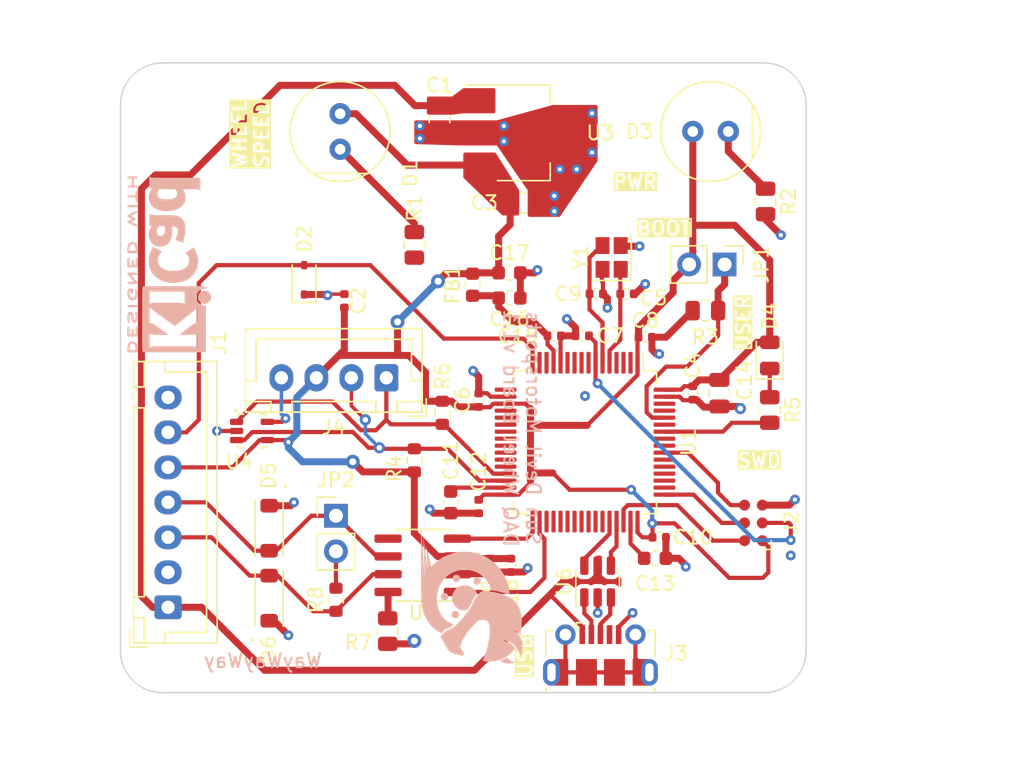
<source format=kicad_pcb>
(kicad_pcb (version 20240108) (generator "pcbnew") (generator_version "8.0")
  (title_block (title "SDM-24 Wheel Board") (date "2024-01-16") (rev "v1.1") (company "Sun Devil Motorsports"))
  (layers (0 "F.Cu" signal) (1 "In1.Cu" power) (2 "In2.Cu" power) (31 "B.Cu" signal) (34 "B.Paste" user) (35 "F.Paste" user) (36 "B.SilkS" user "B.Silkscreen") (37 "F.SilkS" user "F.Silkscreen") (38 "B.Mask" user) (39 "F.Mask" user) (44 "Edge.Cuts" user))
  (net 0 "")
  (net 1 "+3.3V")
  (net 5 "/HSE_IN")
  (net 6 "/HSE_OUT")
  (net 7 "VCC")
  (net 8 "GND")
  (net 9 "/NRST")
  (net 10 "/SWO")
  (net 11 "Net-(JP2-B)")
  (net 12 "/USER_LED")
  (net 15 "+3.3VA")
  (net 24 "/HE_OUTPUT")
  (net 25 "/USB_D-")
  (net 26 "/USB_D+")
  (net 27 "/SWDIO")
  (net 31 "/SWCLK")
  (net 32 "/I2C2_SDA")
  (net 33 "/I2C2_SCL")
  (net 34 "/BOOT0")
  (net 35 "/CRX")
  (net 36 "/CTX")
  (net 37 "/CAN-")
  (net 38 "/CAN+")
  (net 40 "unconnected-(J3-Shield-Pad6)")
  (net 42 "/HE_LED")
  (net 43 "/PWR_LED")
  (net 44 "Net-(D4-K)")
  (net 47 "/CAN_Rs")
  (net 49 "/USB_J_D-")
  (net 50 "/USB_J_D+")
  (net 68 "/VCAP1")
  (net 69 "/VCAP2")
  (footprint "Capacitor_SMD:C_0402_1005Metric" (layer "F.Cu") (at 188.5 90.6)
    (property "Reference" "C8")
    (property "Value" "100nF")
  )
  (footprint "Connector:Tag-Connect_TC2030-IDC-NL_2x03_P1.27mm_Vertical" (layer "F.Cu") (at 196.235 103.87 90)
    (property "Reference" "J2")
    (property "Value" "Conn_ARM_SWD_TagConnect_TC2030")
  )
  (footprint "Package_TO_SOT_SMD:SOT-23-6" (layer "F.Cu") (at 185.1 108.0625 90)
    (property "Reference" "U6")
    (property "Value" "USBLC6-2SC6")
  )
  (footprint "Capacitor_SMD:C_0402_1005Metric" (layer "F.Cu") (at 176.6 102.7 -90)
    (property "Reference" "C12")
    (property "Value" "100nF")
  )
  (footprint "Diode_SMD:D_SOD-323" (layer "F.Cu") (at 164.125 86.5 90)
    (property "Reference" "D2")
    (property "Value" "TVS")
  )
  (footprint "Capacitor_SMD:C_0402_1005Metric" (layer "F.Cu") (at 178.9 106.9 -90)
    (property "Reference" "C18")
    (property "Value" "100nF")
  )
  (footprint "Capacitor_SMD:C_0603_1608Metric" (layer "F.Cu") (at 174.6 102.4 -90)
    (property "Reference" "C11")
    (property "Value" "2.2uF")
  )
  (footprint "Package_QFP:LQFP-64_10x10mm_P0.5mm" (layer "F.Cu") (at 184.2 98.1 -90)
    (property "Reference" "U1")
    (property "Value" "STM32F405RGT6")
  )
  (footprint "Capacitor_SMD:C_0603_1608Metric" (layer "F.Cu") (at 189.2 106.4)
    (property "Reference" "C13")
    (property "Value" "2.2uF")
  )
  (footprint "Library:Dialight_561-XX0X-XXX" (layer "F.Cu") (at 193.17 75.9)
    (property "Reference" "D3")
    (property "Value" "RED")
  )
  (footprint "Package_TO_SOT_SMD:SOT-223-3_TabPin2" (layer "F.Cu") (at 179.8 76)
    (property "Reference" "U3")
    (property "Value" "MIC37100-3.3WS")
  )
  (footprint "Capacitor_SMD:C_0805_2012Metric" (layer "F.Cu") (at 179.8 81)
    (property "Reference" "C3")
    (property "Value" "10uF")
  )
  (footprint "Capacitor_SMD:C_0402_1005Metric" (layer "F.Cu") (at 191.9 94.58 -90)
    (property "Reference" "C4")
    (property "Value" "100nF")
  )
  (footprint "Capacitor_SMD:C_0402_1005Metric" (layer "F.Cu") (at 184 90.5 180)
    (property "Reference" "C7")
    (property "Value" "100nF")
  )
  (footprint "Capacitor_SMD:C_0603_1608Metric" (layer "F.Cu") (at 178.8 87.8)
    (property "Reference" "C16")
    (property "Value" "1uF")
  )
  (footprint "Capacitor_SMD:C_0402_1005Metric" (layer "F.Cu") (at 177.4 106.9 -90)
    (property "Reference" "C19")
    (property "Value" "100nF")
  )
  (footprint "Resistor_SMD:R_0603_1608Metric" (layer "F.Cu") (at 174 96 -90)
    (property "Reference" "R6")
    (property "Value" "2.7k")
  )
  (footprint "Capacitor_SMD:C_0805_2012Metric" (layer "F.Cu") (at 173.8 75 -90)
    (property "Reference" "C1")
    (property "Value" "10uF")
  )
  (footprint "Inductor_SMD:L_0603_1608Metric" (layer "F.Cu") (at 176.166 86.85 90)
    (property "Reference" "FB1")
    (property "Value" "120R")
  )
  (footprint "Resistor_SMD:R_0805_2012Metric" (layer "F.Cu") (at 197.4 95.8 -90)
    (property "Reference" "R5")
    (property "Value" "220")
  )
  (footprint "Library:Dialight_561-XX0X-XXX" (layer "F.Cu") (at 166.7 75.9 -90)
    (property "Reference" "D1")
    (property "Value" "GREEN")
  )
  (footprint "LED_SMD:LED_0805_2012Metric" (layer "F.Cu") (at 197.4 91.9 90)
    (property "Reference" "D4")
    (property "Value" "GREEN")
  )
  (footprint "MountingHole:MountingHole_3.2mm_M3" (layer "F.Cu") (at 196 112)
    (property "Reference" "H2" (hide yes))
    (property "Value" "M3")
  )
  (footprint "Library:SOD-123FL" (layer "F.Cu") (at 161.625 104.25 -90)
    (property "Reference" "D5")
    (property "Value" "TVS")
  )
  (footprint "Connector_USB:USB_Micro-B_Molex-105017-0001" (layer "F.Cu") (at 185.3 113.3125)
    (property "Reference" "J3")
    (property "Value" "USB_B_Micro")
  )
  (footprint "Connector_JST:JST_XH_B4B-XH-A_1x04_P2.50mm_Vertical" (layer "F.Cu") (at 170 93.5 180)
    (property "Reference" "J4")
    (property "Value" "JST-XH")
  )
  (footprint "Resistor_SMD:R_0603_1608Metric" (layer "F.Cu") (at 172 99.4 90)
    (property "Reference" "R4")
    (property "Value" "2.7k")
  )
  (footprint "Capacitor_SMD:C_0805_2012Metric" (layer "F.Cu") (at 193.8 94.6 -90)
    (property "Reference" "C14")
    (property "Value" "10uF")
  )
  (footprint "Library:SOD-123FL" (layer "F.Cu") (at 161.625 109.25 90)
    (property "Reference" "D6")
    (property "Value" "TVS")
  )
  (footprint "Resistor_SMD:R_0805_2012Metric" (layer "F.Cu") (at 197.1 80.9 -90)
    (property "Reference" "R2")
    (property "Value" "220")
  )
  (footprint "Library:SC-70-5" (layer "F.Cu") (at 160.4 97.3)
    (property "Reference" "U4")
    (property "Value" "24LC01BT-E/LT")
  )
  (footprint "Connector_PinHeader_2.54mm:PinHeader_1x02_P2.54mm_Vertical" (layer "F.Cu") (at 194.175 85.4 -90)
    (property "Reference" "JP1")
    (property "Value" "BOOT")
  )
  (footprint "Resistor_SMD:R_0805_2012Metric" (layer "F.Cu") (at 170.1 111.6 -90)
    (property "Reference" "R7")
    (property "Value" "10k")
  )
  (footprint "Capacitor_SMD:C_0402_1005Metric" (layer "F.Cu") (at 189.5 104.9)
    (property "Reference" "C10")
    (property "Value" "100nF")
  )
  (footprint "Capacitor_SMD:C_0402_1005Metric" (layer "F.Cu") (at 187.2 87.5)
    (property "Reference" "C5")
    (property "Value" "10pF")
  )
  (footprint "Capacitor_SMD:C_0402_1005Metric" (layer "F.Cu") (at 182 90.5)
    (property "Reference" "C15")
    (property "Value" "100nF")
  )
  (footprint "Resistor_SMD:R_0805_2012Metric" (layer "F.Cu") (at 192.8 88.7)
    (property "Reference" "R3")
    (property "Value" "10k")
  )
  (footprint "MountingHole:MountingHole_3.2mm_M3" (layer "F.Cu") (at 155 75)
    (property "Reference" "H1" (hide yes))
    (property "Value" "M3")
  )
  (footprint "Resistor_SMD:R_0603_1608Metric" (layer "F.Cu") (at 166.4 109.36 90)
    (property "Reference" "R8")
    (property "Value" "120")
  )
  (footprint "Package_SO:SOIC-8_3.9x4.9mm_P1.27mm" (layer "F.Cu") (at 172.6 106.9 180)
    (property "Reference" "U5")
    (property "Value" "SN65HVD230")
  )
  (footprint "Resistor_SMD:R_0805_2012Metric" (layer "F.Cu") (at 172 84 90)
    (property "Reference" "R1")
    (property "Value" "220")
  )
  (footprint "Connector_JST:JST_XH_B7B-XH-A_1x07_P2.50mm_Vertical" (layer "F.Cu") (at 154.4 109.9 90)
    (property "Reference" "J1")
    (property "Value" "JST-XH")
  )
  (footprint "Crystal:Crystal_SMD_2520-4Pin_2.5x2.0mm" (layer "F.Cu") (at 186.1 84.9 90)
    (property "Reference" "Y1")
    (property "Value" "12MHz")
  )
  (footprint "Capacitor_SMD:C_0402_1005Metric" (layer "F.Cu") (at 185 87.5)
    (property "Reference" "C9")
    (property "Value" "10pF")
  )
  (footprint "Capacitor_SMD:C_0402_1005Metric" (layer "F.Cu") (at 176.6 95.1 90)
    (property "Reference" "C6")
    (property "Value" "100nF")
  )
  (footprint "Capacitor_SMD:C_0603_1608Metric" (layer "F.Cu") (at 178.8 86)
    (property "Reference" "C17")
    (property "Value" "1uF")
  )
  (footprint "Connector_PinHeader_2.54mm:PinHeader_1x02_P2.54mm_Vertical" (layer "F.Cu") (at 166.4 103.36)
    (property "Reference" "JP2")
    (property "Value" "Bus Termination")
  )
  (footprint "Capacitor_SMD:C_0402_1005Metric" (layer "F.Cu") (at 167 88 90)
    (property "Reference" "C2")
    (property "Value" "100nF")
  )
  (footprint "LOGO" (layer "B.Cu") (at 175.793558 109.327402 90)
    (property "Reference" "G***" (hide yes))
    (property "Value" "LOGO" (hide yes))
  )
  (footprint "Symbol:KiCad-Logo2_5mm_SilkScreen" (layer "B.Cu") (at 154.5 85.4 90)
    (property "Reference" "REF**" (hide yes))
    (property "Value" "KiCad-Logo2_5mm_SilkScreen" (hide yes))
  )
  (gr_line (start 154 71) (end 197 71) (stroke (width 0.1)) (layer "Edge.Cuts"))
  (gr_arc (start 200 113) (mid 199.12132 115.12132) (end 197 116) (stroke (width 0.1)) (layer "Edge.Cuts"))
  (gr_arc (start 151 74) (mid 151.87868 71.87868) (end 154 71) (stroke (width 0.1)) (layer "Edge.Cuts"))
  (gr_line (start 151 74) (end 151 113) (stroke (width 0.1)) (layer "Edge.Cuts"))
  (gr_arc (start 197 71) (mid 199.12132 71.87868) (end 200 74) (stroke (width 0.1)) (layer "Edge.Cuts"))
  (gr_line (start 154 116) (end 197 116) (stroke (width 0.1)) (layer "Edge.Cuts"))
  (gr_arc (start 154 116) (mid 151.87868 115.12132) (end 151 113) (stroke (width 0.1)) (layer "Edge.Cuts"))
  (gr_line (start 200 113) (end 200 74) (stroke (width 0.1)) (layer "Edge.Cuts"))
  (gr_text "WayWayWay" (at 165.5 114.3 0) (layer "B.SilkS") (effects (font (size 1 1)) (justify left bottom mirror)))
  (gr_text "Sun Devil Motorsports\nDAQ Wheel Board v1.1" (at 178.3 97.1 270) (layer "B.SilkS") (effects (font (size 1 1)) (justify bottom mirror)))
  (gr_text "USB" (at 180.5 115 90) (layer "F.SilkS" knockout) (effects (font (size 1 1)) (justify left bottom)))
  (gr_text "BOOT" (at 187.8 83.4 0) (layer "F.SilkS" knockout) (effects (font (size 1 1)) (justify left bottom)))
  (gr_text "WHEEL\nSPEED" (at 161.7 78.6 90) (layer "F.SilkS" knockout) (effects (font (size 1 1)) (justify left bottom)))
  (gr_text "SWD" (at 195 100 0) (layer "F.SilkS" knockout) (effects (font (size 1 1)) (justify left bottom)))
  (gr_text "PWR" (at 186.1 80.1 0) (layer "F.SilkS" knockout) (effects (font (size 1 1)) (justify left bottom)))
  (gr_text "USER" (at 196.1 91.6 90) (layer "F.SilkS" knockout) (effects (font (size 1 1)) (justify left bottom)))
  (segment (start 167 91.5) (end 166.6 91.9) (width 0.5) (layer "F.Cu") (net 1))
  (segment (start 172.8 95.175) (end 174.675 95.175) (width 0.5) (layer "F.Cu") (net 1))
  (segment (start 179.95 95.35) (end 180.3 95.7) (width 0.3) (layer "F.Cu") (net 1))
  (segment (start 166.7 74.63) (end 167.83 74.63) (width 0.5) (layer "F.Cu") (net 1))
  (segment (start 176.62 95.6) (end 176.6 95.58) (width 0.3) (layer "F.Cu") (net 1))
  (segment (start 180.3 101) (end 180.3 100.9) (width 0.3) (layer "F.Cu") (net 1))
  (segment (start 167 88.48) (end 167 91.5) (width 0.5) (layer "F.Cu") (net 1))
  (segment (start 188.02 89.88) (end 188.02 90.6) (width 0.5) (layer "F.Cu") (net 1))
  (segment (start 190.5 87.4) (end 188.02 89.88) (width 0.5) (layer "F.Cu") (net 1))
  (segment (start 194.5 107.8) (end 196.9 107.8) (width 0.3) (layer "F.Cu") (net 1))
  (segment (start 166.6 91.9) (end 170.8 91.9) (width 0.5) (layer "F.Cu") (net 1))
  (segment (start 187.95 92.425) (end 187.95 93.301041) (width 0.3) (layer "F.Cu") (net 1))
  (segment (start 190.6 103.9) (end 194.5 107.8) (width 0.3) (layer "F.Cu") (net 1))
  (segment (start 178.525 95.35) (end 179.95 95.35) (width 0.3) (layer "F.Cu") (net 1))
  (segment (start 178.025 83.375) (end 178.85 82.55) (width 0.5) (layer "F.Cu") (net 1))
  (segment (start 178.525 101.85) (end 179.45 101.85) (width 0.3) (layer "F.Cu") (net 1))
  (segment (start 175.08 95.58) (end 176.6 95.58) (width 0.5) (layer "F.Cu") (net 1))
  (segment (start 167.83 74.63) (end 171.5 78.3) (width 0.5) (layer "F.Cu") (net 1))
  (segment (start 187.95 104.55) (end 188.3 104.9) (width 0.3) (layer "F.Cu") (net 1))
  (segment (start 176.5 106.3) (end 175.11 106.3) (width 0.5) (layer "F.Cu") (net 1))
  (segment (start 197.4 90.9625) (end 196.4875 90.9625) (width 0.5) (layer "F.Cu") (net 1))
  (segment (start 197.3 105.57) (end 197.3 107.4) (width 0.3) (layer "F.Cu") (net 1))
  (segment (start 188.3 104.9) (end 189.02 104.9) (width 0.3) (layer "F.Cu") (net 1))
  (segment (start 172 104.6) (end 172 100.225) (width 0.5) (layer "F.Cu") (net 1))
  (segment (start 196.87 105.14) (end 197.3 105.57) (width 0.3) (layer "F.Cu") (net 1))
  (segment (start 178.85 82.55) (end 178.85 81) (width 0.5) (layer "F.Cu") (net 1))
  (segment (start 174.675 95.175) (end 175.08 95.58) (width 0.5) (layer "F.Cu") (net 1))
  (segment (start 187.95 93.301041) (end 184.351041 96.9) (width 0.3) (layer "F.Cu") (net 1))
  (segment (start 191.9 82.6) (end 191.9 85.135) (width 0.5) (layer "F.Cu") (net 1))
  (segment (start 194.9 82.6) (end 191.9 82.6) (width 0.5) (layer "F.Cu") (net 1))
  (segment (start 193.8 93.65) (end 192.35 93.65) (width 0.5) (layer "F.Cu") (net 1))
  (segment (start 175.075 106.265) (end 173.665 106.265) (width 0.5) (layer "F.Cu") (net 1))
  (segment (start 171.6 91.9) (end 170.8 91.9) (width 0.5) (layer "F.Cu") (net 1))
  (segment (start 177.4 95.598959) (end 177.4 95.6) (width 0.3) (layer "F.Cu") (net 1))
  (segment (start 191.3 94.1) (end 191.9 94.1) (width 0.3) (layer "F.Cu") (net 1))
  (segment (start 175.11 106.3) (end 175.075 106.265) (width 0.5) (layer "F.Cu") (net 1))
  (segment (start 174.2375 86.0625) (end 173.7 86.6) (width 0.5) (layer "F.Cu") (net 1))
  (segment (start 197.3 107.4) (end 197.1 107.6) (width 0.3) (layer "F.Cu") (net 1))
  (segment (start 179.45 101.85) (end 180.3 101) (width 0.3) (layer "F.Cu") (net 1))
  (segment (start 189.875 94.35) (end 191.05 94.35) (width 0.3) (layer "F.Cu") (net 1))
  (segment (start 191.9 75.9) (end 191.9 82.6) (width 0.5) (layer "F.Cu") (net 1))
  (segment (start 178.025 86) (end 178.025 83.375) (width 0.5) (layer "F.Cu") (net 1))
  (segment (start 180.3 96.9) (end 180.3 95.7) (width 0.5) (layer "F.Cu") (net 1))
  (segment (start 177.4 106.42) (end 176.62 106.42) (width 0.5) (layer "F.Cu") (net 1))
  (segment (start 197.4 85.1) (end 194.9 82.6) (width 0.5) (layer "F.Cu") (net 1))
  (segment (start 168.725 100.225) (end 168.325 100.225) (width 0.5) (layer "F.Cu") (net 1))
  (segment (start 183.1 101.5) (end 181.9 100.3) (width 0.3) (layer "F.Cu") (net 1))
  (segment (start 177.4 95.6) (end 176.62 95.6) (width 0.3) (layer "F.Cu") (net 1))
  (segment (start 172 100.225) (end 168.725 100.225) (width 0.5) (layer "F.Cu") (net 1))
  (segment (start 180.3 100.3) (end 180.3 98.7) (width 0.5) (layer "F.Cu") (net 1))
  (segment (start 181.9 100.3) (end 180.3 100.3) (width 0.5) (layer "F.Cu") (net 1))
  (segment (start 176.62 106.42) (end 176.5 106.3) (width 0.5) (layer "F.Cu") (net 1))
  (segment (start 170.8 89.5) (end 170.8 91.9) (width 0.5) (layer "F.Cu") (net 1))
  (segment (start 161.5 97.95) (end 160.95 97.95) (width 0.3) (layer "F.Cu") (net 1))
  (segment (start 189 103.9) (end 190.6 103.9) (width 0.3) (layer "F.Cu") (net 1))
  (segment (start 190.5 86.535) (end 190.5 87.4) (width 0.5) (layer "F.Cu") (net 1))
  (segment (start 177.4 106.42) (end 178.9 106.42) (width 0.5) (layer "F.Cu") (net 1))
  (segment (start 180.3 98.7) (end 180.3 96.9) (width 0.5) (layer "F.Cu") (net 1))
  (segment (start 168.325 100.225) (end 167.6 99.5) (width 0.5) (layer "F.Cu") (net 1))
  (segment (start 177.648959 95.35) (end 177.4 95.598959) (width 0.3) (layer "F.Cu") (net 1))
  (segment (start 191.05 94.35) (end 191.3 94.1) (width 0.3) (layer "F.Cu") (net 1))
  (segment (start 178.525 95.35) (end 177.648959 95.35) (width 0.3) (layer "F.Cu") (net 1))
  (segment (start 189.02 103.92) (end 189 103.9) (width 0.3) (layer "F.Cu") (net 1))
  (segment (start 173.665 106.265) (end 172 104.6) (width 0.5) (layer "F.Cu") (net 1))
  (segment (start 187.5 101.5) (end 183.1 101.5) (width 0.3) (layer "F.Cu") (net 1))
  (segment (start 189.02 104.9) (end 189.02 103.92) (width 0.3) (layer "F.Cu") (net 1))
  (segment (start 178.525 101.85) (end 176.97 101.85) (width 0.3) (layer "F.Cu") (net 1))
  (segment (start 176.166 86.0625) (end 174.2375 86.0625) (width 0.5) (layer "F.Cu") (net 1))
  (segment (start 197.4 90.9625) (end 197.4 85.1) (width 0.5) (layer "F.Cu") (net 1))
  (segment (start 192.35 93.65) (end 191.9 94.1) (width 0.5) (layer "F.Cu") (net 1))
  (segment (start 160.95 97.95) (end 159 99.9) (width 0.3) (layer "F.Cu") (net 1))
  (segment (start 172.8 93.1) (end 171.6 91.9) (width 0.5) (layer "F.Cu") (net 1))
  (segment (start 162.85 97.95) (end 163 98.1) (width 0.3) (layer "F.Cu") (net 1))
  (segment (start 176.2285 86) (end 176.166 86.0625) (width 0.5) (layer "F.Cu") (net 1))
  (segment (start 191.635 85.4) (end 190.5 86.535) (width 0.5) (layer "F.Cu") (net 1))
  (segment (start 184.351041 96.9) (end 180.3 96.9) (width 0.5) (layer "F.Cu") (net 1))
  (segment (start 187.95 103.775) (end 187.95 104.55) (width 0.3) (layer "F.Cu") (net 1))
  (segment (start 196.4875 90.9625) (end 193.8 93.65) (width 0.5) (layer "F.Cu") (net 1))
  (segment (start 161.5 97.95) (end 162.85 97.95) (width 0.3) (layer "F.Cu") (net 1))
  (segment (start 165 93.5) (end 166.6 91.9) (width 0.5) (layer "F.Cu") (net 1))
  (segment (start 180.3 100.9) (end 180.3 100.3) (width 0.5) (layer "F.Cu") (net 1))
  (segment (start 187.95 92.425) (end 187.95 90.67) (width 0.3) (layer "F.Cu") (net 1))
  (segment (start 178.025 86) (end 176.2285 86) (width 0.5) (layer "F.Cu") (net 1))
  (segment (start 196.9 107.8) (end 197.1 107.6) (width 0.3) (layer "F.Cu") (net 1))
  (segment (start 171.5 78.3) (end 176.65 78.3) (width 0.5) (layer "F.Cu") (net 1))
  (segment (start 172.8 95.175) (end 172.8 93.1) (width 0.5) (layer "F.Cu") (net 1))
  (segment (start 187.95 90.67) (end 188.02 90.6) (width 0.3) (layer "F.Cu") (net 1))
  (segment (start 191.9 85.135) (end 191.635 85.4) (width 0.5) (layer "F.Cu") (net 1))
  (segment (start 176.97 101.85) (end 176.6 102.22) (width 0.3) (layer "F.Cu") (net 1))
  (segment (start 159 99.9) (end 154.4 99.9) (width 0.3) (layer "F.Cu") (net 1))
  (via (at 170.8 89.5) (size 1) (drill 0.5) (layers "F.Cu" "B.Cu") (net 1))
  (via (at 167.6 99.5) (size 1) (drill 0.5) (layers "F.Cu" "B.Cu") (net 1))
  (via (at 173.7 86.6) (size 1) (drill 0.5) (layers "F.Cu" "B.Cu") (net 1))
  (via (at 163 98.1) (size 0.7) (drill 0.3) (layers "F.Cu" "B.Cu") (net 1))
  (via (at 187.5 101.5) (size 0.7) (drill 0.3) (layers "F.Cu" "B.Cu") (net 1))
  (via (at 189 103.9) (size 0.7) (drill 0.3) (layers "F.Cu" "B.Cu") (net 1))
  (segment (start 164 99.5) (end 163 98.5) (width 0.5) (layer "B.Cu") (net 1))
  (segment (start 189 103.9) (end 189 103) (width 0.3) (layer "B.Cu") (net 1))
  (segment (start 165 93.5) (end 163.6 94.9) (width 0.5) (layer "B.Cu") (net 1))
  (segment (start 163.6 97.5) (end 163.6 97.2) (width 0.5) (layer "B.Cu") (net 1))
  (segment (start 189 103) (end 187.5 101.5) (width 0.3) (layer "B.Cu") (net 1))
  (segment (start 163.6 97.5) (end 163 98.1) (width 0.5) (layer "B.Cu") (net 1))
  (segment (start 173.7 86.6) (end 170.8 89.5) (width 0.5) (layer "B.Cu") (net 1))
  (segment (start 163.6 94.9) (end 163.6 97.5) (width 0.5) (layer "B.Cu") (net 1))
  (segment (start 167.6 99.5) (end 164 99.5) (width 0.5) (layer "B.Cu") (net 1))
  (segment (start 163 98.5) (end 163 98.1) (width 0.5) (layer "B.Cu") (net 1))
  (segment (start 186.72 87.5) (end 186.72 85.855) (width 0.3) (layer "F.Cu") (net 5))
  (segment (start 185.95 91.548959) (end 186.72 90.778959) (width 0.3) (layer "F.Cu") (net 5))
  (segment (start 186.72 85.855) (end 186.8 85.775) (width 0.3) (layer "F.Cu") (net 5))
  (segment (start 185.95 92.425) (end 185.95 91.548959) (width 0.3) (layer "F.Cu") (net 5))
  (segment (start 186.72 90.778959) (end 186.72 87.5) (width 0.3) (layer "F.Cu") (net 5))
  (segment (start 184.52 88.62) (end 184.52 87.5) (width 0.3) (layer "F.Cu") (net 6))
  (segment (start 185.45 89.55) (end 184.52 88.62) (width 0.3) (layer "F.Cu") (net 6))
  (segment (start 184.52 84.905) (end 185.4 84.025) (width 0.3) (layer "F.Cu") (net 6))
  (segment (start 184.52 87.5) (end 184.52 84.905) (width 0.3) (layer "F.Cu") (net 6))
  (segment (start 185.45 92.425) (end 185.45 89.55) (width 0.3) (layer "F.Cu") (net 6))
  (segment (start 184 111.3) (end 181.7 109) (width 0.3) (layer "F.Cu") (net 7))
  (segment (start 153.5 79) (end 156 79) (width 0.5) (layer "F.Cu") (net 7))
  (segment (start 170.6 72.6) (end 172.05 74.05) (width 0.5) (layer "F.Cu") (net 7))
  (segment (start 181.7 109) (end 182.2 108.5) (width 0.5) (layer "F.Cu") (net 7))
  (segment (start 182.2 108.5) (end 182.6 108.1) (width 0.5) (layer "F.Cu") (net 7))
  (segment (start 184 111.85) (end 184 111.3) (width 0.3) (layer "F.Cu") (net 7))
  (segment (start 152.5 80) (end 153.5 79) (width 0.5) (layer "F.Cu") (net 7))
  (segment (start 176.3 114.4) (end 161.3 114.4) (width 0.5) (layer "F.Cu") (net 7))
  (segment (start 182.6 108.1) (end 182.7 108.1) (width 0.5) (layer "F.Cu") (net 7))
  (segment (start 172.05 74.05) (end 173.8 74.05) (width 0.5) (layer "F.Cu") (net 7))
  (segment (start 156 79) (end 162.4 72.6) (width 0.5) (layer "F.Cu") (net 7))
  (segment (start 152.5 80) (end 152.5 109.1) (width 0.5) (layer "F.Cu") (net 7))
  (segment (start 181.7 109) (end 176.3 114.4) (width 0.5) (layer "F.Cu") (net 7))
  (segment (start 162.4 72.6) (end 170.6 72.6) (width 0.5) (layer "F.Cu") (net 7))
  (segment (start 182.7 108.1) (end 183.4 108.1) (width 0.5) (layer "F.Cu") (net 7))
  (segment (start 161.3 114.4) (end 156.8 109.9) (width 0.5) (layer "F.Cu") (net 7))
  (segment (start 153.3 109.9) (end 152.5 109.1) (width 0.5) (layer "F.Cu") (net 7))
  (segment (start 154.4 109.9) (end 153.3 109.9) (width 0.5) (layer "F.Cu") (net 7))
  (segment (start 156.8 109.9) (end 154.4 109.9) (width 0.5) (layer "F.Cu") (net 7))
  (segment (start 186.6 111.85) (end 186.6 111.3) (width 0.3) (layer "F.Cu") (net 8))
  (segment (start 182.45 92.425) (end 182.45 90.53) (width 0.3) (layer "F.Cu") (net 8))
  (segment (start 176.595 103.175) (end 176.6 103.18) (width 0.5) (layer "F.Cu") (net 8))
  (segment (start 185.48 86.68) (end 185.4 86.6) (width 0.3) (layer "F.Cu") (net 8))
  (segment (start 164.125 87.55) (end 165.75 87.55) (width 0.5) (layer "F.Cu") (net 8))
  (segment (start 177.1 107.5) (end 175.11 107.5) (width 0.5) (layer "F.Cu") (net 8))
  (segment (start 192.16 95.06) (end 192.7 95.6) (width 0.5) (layer "F.Cu") (net 8))
  (segment (start 178.9 107.38) (end 179.82 107.38) (width 0.5) (layer "F.Cu") (net 8))
  (segment (start 193.8 95.55) (end 195.15 95.55) (width 0.5) (layer "F.Cu") (net 8))
  (segment (start 177.45 94.85) (end 177.2 94.6) (width 0.3) (layer "F.Cu") (net 8))
  (segment (start 179.82 107.38) (end 180.1 107.1) (width 0.5) (layer "F.Cu") (net 8))
  (segment (start 161.96 110.86) (end 163 111.9) (width 0.5) (layer "F.Cu") (net 8))
  (segment (start 174.6 103.175) (end 176.595 103.175) (width 0.5) (layer "F.Cu") (net 8))
  (segment (start 193.75 95.6) (end 193.8 95.55) (width 0.5) (layer "F.Cu") (net 8))
  (segment (start 159.3 97.3) (end 157.9 97.3) (width 0.3) (layer "F.Cu") (net 8))
  (segment (start 165.75 87.55) (end 165.8 87.6) (width 0.5) (layer "F.Cu") (net 8))
  (segment (start 161.5 96.65) (end 162.55 96.65) (width 0.3) (layer "F.Cu") (net 8))
  (segment (start 191.4 106.9) (end 191.4 107) (width 0.5) (layer "F.Cu") (net 8))
  (segment (start 189.9875 90.6) (end 191.8875 88.7) (width 0.5) (layer "F.Cu") (net 8))
  (segment (start 185.48 87.5) (end 185.48 86.68) (width 0.3) (layer "F.Cu") (net 8))
  (segment (start 189.3 91.8) (end 189.5 91.8) (width 0.5) (layer "F.Cu") (net 8))
  (segment (start 161.625 102.64) (end 163.16 102.64) (width 0.5) (layer "F.Cu") (net 8))
  (segment (start 195.15 95.55) (end 195.3 95.7) (width 0.5) (layer "F.Cu") (net 8))
  (segment (start 190.95 94.85) (end 191.2 95.1) (width 0.3) (layer "F.Cu") (net 8))
  (segment (start 178.9 107.38) (end 177.4 107.38) (width 0.5) (layer "F.Cu") (net 8))
  (segment (start 177.4 107.38) (end 177.22 107.38) (width 0.5) (layer "F.Cu") (net 8))
  (segment (start 175.11 107.5) (end 175.075 107.535) (width 0.5) (layer "F.Cu") (net 8))
  (segment (start 176.62 94.6) (end 176.6 94.62) (width 0.3) (layer "F.Cu") (net 8))
  (segment (start 171.7875 112.5125) (end 172 112.3) (width 0.5) (layer "F.Cu") (net 8))
  (segment (start 182.48 90.5) (end 183.52 90.5) (width 0.5) (layer "F.Cu") (net 8))
  (segment (start 192.7 95.6) (end 193.75 95.6) (width 0.5) (layer "F.Cu") (net 8))
  (segment (start 185.8 87.82) (end 185.48 87.5) (width 0.5) (layer "F.Cu") (net 8))
  (segment (start 176.6 93.4) (end 176.2 93) (width 0.5) (layer "F.Cu") (net 8))
  (segment (start 188.98 91.48) (end 189.3 91.8) (width 0.5) (layer "F.Cu") (net 8))
  (segment (start 190.9 106.4) (end 191.4 106.9) (width 0.5) (layer "F.Cu") (net 8))
  (segment (start 198.8 102.6) (end 199.2 102.2) (width 0.5) (layer "F.Cu") (net 8))
  (segment (start 174.6 103.175) (end 173.375 103.175) (width 0.5) (layer "F.Cu") (net 8))
  (segment (start 179.575 86) (end 180.6 86) (width 0.5) (layer "F.Cu") (net 8))
  (segment (start 170.1 112.5125) (end 171.7875 112.5125) (width 0.5) (layer "F.Cu") (net 8))
  (segment (start 197.1 81.8125) (end 197.1 82.2) (width 0.5) (layer "F.Cu") (net 8))
  (segment (start 177.22 107.38) (end 177.1 107.5) (width 0.5) (layer "F.Cu") (net 8))
  (segment (start 185.4 86.6) (end 185.4 85.775) (width 0.3) (layer "F.Cu") (net 8))
  (segment (start 187.8 87.5) (end 188.5 86.8) (width 0.5) (layer "F.Cu") (net 8))
  (segment (start 189.975 104.905) (end 189.98 104.9) (width 0.5) (layer "F.Cu") (net 8))
  (segment (start 178.525 94.85) (end 177.45 94.85) (width 0.3) (layer "F.Cu") (net 8))
  (segment (start 189.975 106.4) (end 189.975 104.905) (width 0.5) (layer "F.Cu") (net 8))
  (segment (start 173.375 103.175) (end 173.1 102.9) (width 0.5) (layer "F.Cu") (net 8))
  (segment (start 176.6 93.7) (end 176.6 93.4) (width 0.5) (layer "F.Cu") (net 8))
  (segment (start 163.16 102.64) (end 163.4 102.4) (width 0.5) (layer "F.Cu") (net 8))
  (segment (start 185.8 88.5) (end 185.8 87.82) (width 0.5) (layer "F.Cu") (net 8))
  (segment (start 165.88 87.52) (end 165.8 87.6) (width 0.25) (layer "F.Cu") (net 8))
  (segment (start 183.52 89.92) (end 182.9 89.3) (width 0.5) (layer "F.Cu") (net 8))
  (segment (start 185.1 109.2) (end 185.1 110.3) (width 0.3) (layer "F.Cu") (net 8))
  (segment (start 180.6 86) (end 180.8 85.8) (width 0.5) (layer "F.Cu") (net 8))
  (segment (start 188.98 90.6) (end 188.98 91.48) (width 0.5) (layer "F.Cu") (net 8))
  (segment (start 177.2 94.6) (end 176.62 94.6) (width 0.3) (layer "F.Cu") (net 8))
  (segment (start 167 87.52) (end 165.88 87.52) (width 0.25) (layer "F.Cu") (net 8))
  (segment (start 183.52 90.5) (end 183.52 89.92) (width 0.5) (layer "F.Cu") (net 8))
  (segment (start 182.45 90.53) (end 182.48 90.5) (width 0.3) (layer "F.Cu") (net 8))
  (segment (start 179.575 86) (end 179.575 87.8) (width 0.5) (layer "F.Cu") (net 8))
  (segment (start 187.68 87.5) (end 187.8 87.5) (width 0.5) (layer "F.Cu") (net 8))
  (segment (start 186.8 84.1) (end 186.75 84.05) (width 0.5) (layer "F.Cu") (net 8))
  (segment (start 188.98 90.6) (end 189.9875 90.6) (width 0.5) (layer "F.Cu") (net 8))
  (segment (start 188.1 84.1) (end 186.8 84.1) (width 0.5) (layer "F.Cu") (net 8))
  (segment (start 191.9 95.06) (end 192.16 95.06) (width 0.5) (layer "F.Cu") (net 8))
  (segment (start 176.6 94.62) (end 176.6 93.7) (width 0.5) (layer "F.Cu") (net 8))
  (segment (start 161.625 110.86) (end 161.96 110.86) (width 0.5) (layer "F.Cu") (net 8))
  (segment (start 189.975 106.4) (end 190.9 106.4) (width 0.5) (layer "F.Cu") (net 8))
  (segment (start 191.2 95.1) (end 191.86 95.1) (width 0.3) (layer "F.Cu") (net 8))
  (segment (start 197.1 82.2) (end 198.2 83.3) (width 0.5) (layer "F.Cu") (net 8))
  (segment (start 185.1 110.3) (end 185.105378 110.305378) (width 0.3) (layer "F.Cu") (net 8))
  (segment (start 186.6 111.3) (end 187.6 110.3) (width 0.3) (layer "F.Cu") (net 8))
  (segment (start 162.55 96.65) (end 162.8 96.4) (width 0.3) (layer "F.Cu") (net 8))
  (segment (start 196.87 102.6) (end 198.8 102.6) (width 0.5) (layer "F.Cu") (net 8))
  (segment (start 189.875 94.85) (end 190.95 94.85) (width 0.3) (layer "F.Cu") (net 8))
  (via (at 199.2 102.2) (size 0.7) (drill 0.3) (layers "F.Cu" "B.Cu") (net 8))
  (via (at 187.6 110.3) (size 0.7) (drill 0.3) (layers "F.Cu" "B.Cu") (net 8))
  (via (at 178.4 76.6) (size 0.7) (drill 0.3) (layers "F.Cu" "B.Cu") (net 8))
  (via (at 172 112.3) (size 1) (drill 0.5) (layers "F.Cu" "B.Cu") (net 8))
  (via (at 173.1 102.9) (size 0.7) (drill 0.3) (layers "F.Cu" "B.Cu") (net 8))
  (via (at 182.9 89.3) (size 0.7) (drill 0.3) (layers "F.Cu" "B.Cu") (net 8))
  (via (at 182.4 78.6) (size 0.7) (drill 0.3) (layers "F.Cu" "B.Cu") (net 8))
  (via (at 184.7 74.6) (size 0.7) (drill 0.3) (layers "F.Cu" "B.Cu") (net 8))
  (via (at 163 111.9) (size 0.7) (drill 0.3) (layers "F.Cu" "B.Cu") (net 8))
  (via (at 184.2 94.8) (size 0.7) (drill 0.3) (layers "F.Cu" "B.Cu") (net 8))
  (via (at 195.3 95.7) (size 0.8) (drill 0.4) (layers "F.Cu" "B.Cu") (net 8))
  (via (at 162.8 96.4) (size 0.7) (drill 0.3) (layers "F.Cu" "B.Cu") (net 8))
  (via (at 165.8 87.6) (size 0.7) (drill 0.3) (layers "F.Cu" "B.Cu") (net 8))
  (via (at 198.9 106.2) (size 0.7) (drill 0.3) (layers "F.Cu" "B.Cu") (net 8))
  (via (at 189.5 91.8) (size 0.7) (drill 0.3) (layers "F.Cu" "B.Cu") (net 8))
  (via (at 180.8 85.8) (size 0.7) (drill 0.3) (layers "F.Cu" "B.Cu") (net 8))
  (via (at 180.1 107.1) (size 0.7) (drill 0.3) (layers "F.Cu" "B.Cu") (net 8))
  (via (at 176.2 93) (size 0.7) (drill 0.3) (layers "F.Cu" "B.Cu") (net 8))
  (via (at 157.9 97.3) (size 0.7) (drill 0.3) (layers "F.Cu" "B.Cu") (net 8))
  (via (at 182 80.5) (size 0.7) (drill 0.3) (layers "F.Cu" "B.Cu") (net 8))
  (via (at 188.5 86.8) (size 0.7) (drill 0.3) (layers "F.Cu" "B.Cu") (net 8))
  (via (at 172.4 75.5) (size 0.7) (drill 0.3) (layers "F.Cu" "B.Cu") (net 8))
  (via (at 163.4 102.4) (size 0.7) (drill 0.3) (layers "F.Cu" "B.Cu") (net 8))
  (via (at 184.7 77.4) (size 0.7) (drill 0.3) (layers "F.Cu" "B.Cu") (net 8))
  (via (at 198.2 83.3) (size 0.7) (drill 0.3) (layers "F.Cu" "B.Cu") (net 8))
  (via (at 183.6 78.6) (size 0.7) (drill 0.3) (layers "F.Cu" "B.Cu") (net 8))
  (via (at 191.4 107) (size 0.7) (drill 0.3) (layers "F.Cu" "B.Cu") (net 8))
  (via (at 172.4 76.4) (size 0.7) (drill 0.3) (layers "F.Cu" "B.Cu") (net 8))
  (via (at 185.8 88.5) (size 0.7) (drill 0.3) (layers "F.Cu" "B.Cu") (net 8))
  (via (at 182 81.6) (size 0.7) (drill 0.3) (layers "F.Cu" "B.Cu") (net 8))
  (via (at 188.1 84.1) (size 0.7) (drill 0.3) (layers "F.Cu" "B.Cu") (net 8))
  (via (at 178.4 75.5) (size 0.7) (drill 0.3) (layers "F.Cu" "B.Cu") (net 8))
  (via (at 185.105378 110.305378) (size 0.7) (drill 0.3) (layers "F.Cu" "B.Cu") (net 8))
  (segment (start 162.5 96.1) (end 162.8 96.4) (width 0.25) (layer "B.Cu") (net 8))
  (segment (start 162.5 93.5) (end 162.5 96.1) (width 0.25) (layer "B.Cu") (net 8))
  (segment (start 198.9 105.1) (end 198.9 104) (width 0.3) (layer "F.Cu") (net 9))
  (segment (start 184.95 93.75) (end 185.1 93.9) (width 0.3) (layer "F.Cu") (net 9))
  (segment (start 198.77 103.87) (end 196.87 103.87) (width 0.3) (layer "F.Cu") (net 9))
  (segment (start 184.95 90.97) (end 184.48 90.5) (width 0.3) (layer "F.Cu") (net 9))
  (segment (start 198.9 104) (end 198.77 103.87) (width 0.3) (layer "F.Cu") (net 9))
  (segment (start 184.95 92.425) (end 184.95 93.75) (width 0.3) (layer "F.Cu") (net 9))
  (segment (start 184.95 92.425) (end 184.95 90.97) (width 0.3) (layer "F.Cu") (net 9))
  (via (at 185.1 93.9) (size 0.7) (drill 0.3) (layers "F.Cu" "B.Cu") (net 9))
  (via (at 198.9 105.1) (size 0.7) (drill 0.3) (layers "F.Cu" "B.Cu") (net 9))
  (segment (start 185.1 93.9) (end 196.3 105.1) (width 0.3) (layer "B.Cu") (net 9))
  (segment (start 196.3 105.1) (end 198.9 105.1) (width 0.3) (layer "B.Cu") (net 9))
  (segment (start 194.6 102.6) (end 195.6 102.6) (width 0.3) (layer "F.Cu") (net 10))
  (segment (start 193.7 101) (end 193.7 101.7) (width 0.3) (layer "F.Cu") (net 10))
  (segment (start 191.55 98.85) (end 193.7 101) (width 0.3) (layer "F.Cu") (net 10))
  (segment (start 193.7 101.7) (end 194.6 102.6) (width 0.3) (layer "F.Cu") (net 10))
  (segment (start 189.875 98.85) (end 191.55 98.85) (width 0.3) (layer "F.Cu") (net 10))
  (segment (start 166.4 105.9) (end 166.4 108.535) (width 0.3) (layer "F.Cu") (net 11))
  (segment (start 194.6875 96.7125) (end 197.4 96.7125) (width 0.3) (layer "F.Cu") (net 12))
  (segment (start 194.05 97.35) (end 194.6875 96.7125) (width 0.3) (layer "F.Cu") (net 12))
  (segment (start 189.875 97.35) (end 194.05 97.35) (width 0.3) (layer "F.Cu") (net 12))
  (segment (start 181.95 91.548959) (end 181.52 91.118959) (width 0.3) (layer "F.Cu") (net 15))
  (segment (start 181.95 92.425) (end 181.95 91.548959) (width 0.3) (layer "F.Cu") (net 15))
  (segment (start 179.1 89.5) (end 180.52 89.5) (width 0.5) (layer "F.Cu") (net 15))
  (segment (start 181.52 91.118959) (end 181.52 90.5) (width 0.3) (layer "F.Cu") (net 15))
  (segment (start 180.52 89.5) (end 181.52 90.5) (width 0.5) (layer "F.Cu") (net 15))
  (segment (start 177.8625 87.6375) (end 178.025 87.8) (width 0.5) (layer "F.Cu") (net 15))
  (segment (start 178.025 88.425) (end 179.1 89.5) (width 0.5) (layer "F.Cu") (net 15))
  (segment (start 176.166 87.6375) (end 177.8625 87.6375) (width 0.5) (layer "F.Cu") (net 15))
  (segment (start 178.025 87.8) (end 178.025 88.425) (width 0.5) (layer "F.Cu") (net 15))
  (segment (start 164.125 85.45) (end 168.8575 85.45) (width 0.3) (layer "F.Cu") (net 24))
  (segment (start 164.075 85.4) (end 164.125 85.45) (width 0.3) (layer "F.Cu") (net 24))
  (segment (start 164.125 85.45) (end 157.875 85.45) (width 0.3) (layer "F.Cu") (net 24))
  (segment (start 154.4 97.4) (end 155.7 97.4) (width 0.3) (layer "F.Cu") (net 24))
  (segment (start 157.875 85.45) (end 156.6 86.725) (width 0.3) (layer "F.Cu") (net 24))
  (segment (start 180.45 91.35) (end 180.45 92.425) (width 0.3) (layer "F.Cu") (net 24))
  (segment (start 168.8575 85.45) (end 174.1075 90.7) (width 0.3) (layer "F.Cu") (net 24))
  (segment (start 179.8 90.7) (end 180.45 91.35) (width 0.3) (layer "F.Cu") (net 24))
  (segment (start 156.6 96.5) (end 156.6 86.725) (width 0.3) (layer "F.Cu") (net 24))
  (segment (start 155.7 97.4) (end 156.6 96.5) (width 0.3) (layer "F.Cu") (net 24))
  (segment (start 174.1075 90.7) (end 179.8 90.7) (width 0.3) (layer "F.Cu") (net 24))
  (segment (start 184.15 106.451041) (end 185.95 104.651041) (width 0.3) (layer "F.Cu") (net 25))
  (segment (start 185.95 104.651041) (end 185.95 103.775) (width 0.3) (layer "F.Cu") (net 25))
  (segment (start 184.15 106.925) (end 184.15 106.451041) (width 0.3) (layer "F.Cu") (net 25))
  (segment (start 186.05 105.95) (end 186.45 105.55) (width 0.3) (layer "F.Cu") (net 26))
  (segment (start 186.45 105.55) (end 186.45 103.775) (width 0.3) (layer "F.Cu") (net 26))
  (segment (start 186.05 106.925) (end 186.05 105.95) (width 0.3) (layer "F.Cu") (net 26))
  (segment (start 193.34 105.14) (end 195.6 105.14) (width 0.3) (layer "F.Cu") (net 27))
  (segment (start 190.8 102.6) (end 193.34 105.14) (width 0.3) (layer "F.Cu") (net 27))
  (segment (start 186.95 102.898959) (end 187.248959 102.6) (width 0.3) (layer "F.Cu") (net 27))
  (segment (start 187.248959 102.6) (end 190.8 102.6) (width 0.3) (layer "F.Cu") (net 27))
  (segment (start 186.95 103.775) (end 186.95 102.898959) (width 0.3) (layer "F.Cu") (net 27))
  (segment (start 189.875 101.85) (end 191.95 101.85) (width 0.3) (layer "F.Cu") (net 31))
  (segment (start 191.95 101.85) (end 193.97 103.87) (width 0.3) (layer "F.Cu") (net 31))
  (segment (start 193.97 103.87) (end 195.6 103.87) (width 0.3) (layer "F.Cu") (net 31))
  (segment (start 178.525 100.85) (end 176.65 100.85) (width 0.3) (layer "F.Cu") (net 32))
  (segment (start 168.732233 98.5) (end 169.5 98.5) (width 0.3) (layer "F.Cu") (net 32))
  (segment (start 160.425 97.375) (end 167.607233 97.375) (width 0.3) (layer "F.Cu") (net 32))
  (segment (start 167.5 95.5) (end 167.5 93.5) (width 0.25) (layer "F.Cu") (net 32))
  (segment (start 172 98.575) (end 169.575 98.575) (width 0.3) (layer "F.Cu") (net 32))
  (segment (start 176.65 100.85) (end 174.375 98.575) (width 0.3) (layer "F.Cu") (net 32))
  (segment (start 167.607233 97.375) (end 168.732233 98.5) (width 0.3) (layer "F.Cu") (net 32))
  (segment (start 160.425 97.375) (end 159.85 97.95) (width 0.3) (layer "F.Cu") (net 32))
  (segment (start 168.5 96.5) (end 167.5 95.5) (width 0.25) (layer "F.Cu") (net 32))
  (segment (start 174.375 98.575) (end 172 98.575) (width 0.3) (layer "F.Cu") (net 32))
  (segment (start 159.85 97.95) (end 159.3 97.95) (width 0.3) (layer "F.Cu") (net 32))
  (segment (start 169.575 98.575) (end 169.5 98.5) (width 0.3) (layer "F.Cu") (net 32))
  (via (at 169.5 98.5) (size 0.8) (drill 0.4) (layers "F.Cu" "B.Cu") (net 32))
  (via (at 168.5 96.5) (size 0.8) (drill 0.4) (layers "F.Cu" "B.Cu") (net 32))
  (segment (start 169.5 98.5) (end 168.5 97.5) (width 0.25) (layer "B.Cu") (net 32))
  (segment (start 168.5 97.5) (end 168.5 96.5) (width 0.25) (layer "B.Cu") (net 32))
  (segment (start 160.75 95.2) (end 159.3 96.65) (width 0.3) (layer "F.Cu") (net 33))
  (segment (start 169.25 97.25) (end 170 96.5) (width 0.3) (layer "F.Cu") (net 33))
  (segment (start 166.139339 95.2) (end 168.189339 97.25) (width 0.3) (layer "F.Cu") (net 33))
  (segment (start 178.525 100.35) (end 177.648959 100.35) (width 0.3) (layer "F.Cu") (net 33))
  (segment (start 177.648959 100.35) (end 174.123959 96.825) (width 0.3) (layer "F.Cu") (net 33))
  (segment (start 160.75 95.2) (end 166.139339 95.2) (width 0.3) (layer "F.Cu") (net 33))
  (segment (start 170.325 96.825) (end 174 96.825) (width 0.3) (layer "F.Cu") (net 33))
  (segment (start 170 96.5) (end 170.325 96.825) (width 0.3) (layer "F.Cu") (net 33))
  (segment (start 168.189339 97.25) (end 169.25 97.25) (width 0.3) (layer "F.Cu") (net 33))
  (segment (start 170 96.5) (end 170 93.5) (width 0.3) (layer "F.Cu") (net 33))
  (segment (start 193.7125 87.2875) (end 193.7125 88.7) (width 0.5) (layer "F.Cu") (net 34))
  (segment (start 193.7125 90.4875) (end 193.7125 88.7) (width 0.3) (layer "F.Cu") (net 34))
  (segment (start 194.175 86.825) (end 193.7125 87.2875) (width 0.5) (layer "F.Cu") (net 34))
  (segment (start 188.6 94.1) (end 190 92.7) (width 0.3) (layer "F.Cu") (net 34))
  (segment (start 190 92.7) (end 191.5 92.7) (width 0.3) (layer "F.Cu") (net 34))
  (segment (start 188.6 95.951041) (end 188.6 94.1) (width 0.3) (layer "F.Cu") (net 34))
  (segment (start 189.875 96.35) (end 188.998959 96.35) (width 0.3) (layer "F.Cu") (net 34))
  (segment (start 194.175 85.4) (end 194.175 86.825) (width 0.5) (layer "F.Cu") (net 34))
  (segment (start 191.5 92.7) (end 193.7125 90.4875) (width 0.3) (layer "F.Cu") (net 34))
  (segment (start 188.998959 96.35) (end 188.6 95.951041) (width 0.3) (layer "F.Cu") (net 34))
  (segment (start 180.005 104.995) (end 180.45 104.55) (width 0.3) (layer "F.Cu") (net 35))
  (segment (start 175.075 104.995) (end 180.005 104.995) (width 0.3) (layer "F.Cu") (net 35))
  (segment (start 180.45 104.55) (end 180.45 103.775) (width 0.3) (layer "F.Cu") (net 35))
  (segment (start 180.95 103.775) (end 180.95 104.651041) (width 0.3) (layer "F.Cu") (net 36))
  (segment (start 181.3 105.001041) (end 181.3 107.8) (width 0.3) (layer "F.Cu") (net 36))
  (segment (start 181.3 107.8) (end 180.295 108.805) (width 0.3) (layer "F.Cu") (net 36))
  (segment (start 180.95 104.651041) (end 181.3 105.001041) (width 0.3) (layer "F.Cu") (net 36))
  (segment (start 180.295 108.805) (end 175.075 108.805) (width 0.3) (layer "F.Cu") (net 36))
  (segment (start 161.625 105.86) (end 160.56 105.86) (width 0.3) (layer "F.Cu") (net 37))
  (segment (start 170.125 106.265) (end 169.305 106.265) (width 0.3) (layer "F.Cu") (net 37))
  (segment (start 169.305 106.265) (end 166.4 103.36) (width 0.3) (layer "F.Cu") (net 37))
  (segment (start 160.56 105.86) (end 157.1 102.4) (width 0.3) (layer "F.Cu") (net 37))
  (segment (start 161.625 105.86) (end 162.14 105.86) (width 0.3) (layer "F.Cu") (net 37))
  (segment (start 164.64 103.36) (end 166.4 103.36) (width 0.3) (layer "F.Cu") (net 37))
  (segment (start 157.1 102.4) (end 154.4 102.4) (width 0.3) (layer "F.Cu") (net 37))
  (segment (start 162.14 105.86) (end 164.64 103.36) (width 0.3) (layer "F.Cu") (net 37))
  (segment (start 162.24 107.64) (end 164.785 110.185) (width 0.3) (layer "F.Cu") (net 38))
  (segment (start 160.24 107.64) (end 157.5 104.9) (width 0.3) (layer "F.Cu") (net 38))
  (segment (start 164.785 110.185) (end 166.4 110.185) (width 0.3) (layer "F.Cu") (net 38))
  (segment (start 161.625 107.64) (end 160.24 107.64) (width 0.3) (layer "F.Cu") (net 38))
  (segment (start 161.625 107.64) (end 162.24 107.64) (width 0.3) (layer "F.Cu") (net 38))
  (segment (start 157.5 104.9) (end 154.4 104.9) (width 0.3) (layer "F.Cu") (net 38))
  (segment (start 170.125 107.535) (end 169.05 107.535) (width 0.3) (layer "F.Cu") (net 38))
  (segment (start 169.05 107.535) (end 166.4 110.185) (width 0.3) (layer "F.Cu") (net 38))
  (segment (start 188.2 114.55) (end 186.3 114.55) (width 0.3) (layer "F.Cu") (net 40))
  (segment (start 187.8 111.85) (end 187.8 113.55) (width 0.3) (layer "F.Cu") (net 40))
  (segment (start 182.8 114.15) (end 182.4 114.55) (width 0.3) (layer "F.Cu") (net 40))
  (segment (start 182.8 111.85) (end 182.8 114.15) (width 0.3) (layer "F.Cu") (net 40))
  (segment (start 187.8 113.55) (end 188.8 114.55) (width 0.3) (layer "F.Cu") (net 40))
  (segment (start 186.3 114.55) (end 184.3 114.55) (width 0.3) (layer "F.Cu") (net 40))
  (segment (start 184.3 114.55) (end 182.4 114.55) (width 0.3) (layer "F.Cu") (net 40))
  (segment (start 172 83.0875) (end 172 82.47) (width 0.5) (layer "F.Cu") (net 42))
  (segment (start 172 82.47) (end 166.7 77.17) (width 0.5) (layer "F.Cu") (net 42))
  (segment (start 194.44 77.3275) (end 197.1 79.9875) (width 0.5) (layer "F.Cu") (net 43))
  (segment (start 194.44 75.9) (end 194.44 77.3275) (width 0.5) (layer "F.Cu") (net 43))
  (segment (start 197.4 94.8875) (end 197.4 92.8375) (width 0.3) (layer "F.Cu") (net 44))
  (segment (start 170.125 108.805) (end 170.125 110.6625) (width 0.5) (layer "F.Cu") (net 47))
  (segment (start 170.125 110.6625) (end 170.1 110.6875) (width 0.5) (layer "F.Cu") (net 47))
  (segment (start 184.65 111.85) (end 184.65 110.83995) (width 0.3) (layer "F.Cu") (net 49))
  (segment (start 184.15 110.33995) (end 184.15 109.2) (width 0.3) (layer "F.Cu") (net 49))
  (segment (start 184.65 110.83995) (end 184.15 110.33995) (width 0.3) (layer "F.Cu") (net 49))
  (segment (start 186 110.4) (end 186 109.25) (width 0.3) (layer "F.Cu") (net 50))
  (segment (start 186 109.25) (end 186.05 109.2) (width 0.3) (layer "F.Cu") (net 50))
  (segment (start 185.3 111.85) (end 185.3 111.1) (width 0.3) (layer "F.Cu") (net 50))
  (segment (start 185.3 111.1) (end 186 110.4) (width 0.3) (layer "F.Cu") (net 50))
  (segment (start 174.875 101.35) (end 174.6 101.625) (width 0.3) (layer "F.Cu") (net 68))
  (segment (start 178.525 101.35) (end 174.875 101.35) (width 0.3) (layer "F.Cu") (net 68))
  (segment (start 188.425 106.4) (end 188.425 106.325) (width 0.3) (layer "F.Cu") (net 69))
  (segment (start 187.45 105.35) (end 187.45 103.775) (width 0.3) (layer "F.Cu") (net 69))
  (segment (start 188.425 106.325) (end 187.45 105.35) (width 0.3) (layer "F.Cu") (net 69))
  (zone (net 8) (net_name "GND") (layer "F.Cu") (priority 1) (connect_pads yes (clearance 0.3)) (min_thickness 0.25) (fill yes (thermal_gap 0.5) (thermal_bridge_width 0.5))
    (polygon (pts (xy 172 75.1) (xy 172 76.8) (xy 175.4 76.9) (xy 177.9 76.9) (xy 180.1 80.1) (xy 180.1 82) (xy 182.4 82) (xy 185.1 78) (xy 185.1 74) (xy 181.9 74) (xy 177.9 75.1)))
  )
  (zone (net 7) (net_name "VCC") (layer "F.Cu") (priority 2) (connect_pads yes (clearance 0.3)) (min_thickness 0.25) (fill yes (thermal_gap 0.5) (thermal_bridge_width 0.5))
    (polygon (pts (xy 172.9 74.7) (xy 172.9 73.4) (xy 174.7 73.4) (xy 175.5 72.8) (xy 177.8 72.8) (xy 177.8 74.6) (xy 175.5 74.6) (xy 174.7 74.7)))
  )
  (zone (net 7) (net_name "VCC") (layer "F.Cu") (priority 4) (connect_pads yes (clearance 0.3)) (min_thickness 0.25) (fill yes (thermal_gap 0.5) (thermal_bridge_width 0.5))
    (polygon (pts (xy 184.8 106.2) (xy 184.8 107.6) (xy 184.7 107.7) (xy 183.4 107.7) (xy 183.3 107.8) (xy 183.3 108.4) (xy 183.4 108.5) (xy 186.7 108.5) (xy 186.8 108.4) (xy 186.8 107.8) (xy 186.7 107.7) (xy 185.5 107.7) (xy 185.4 107.6) (xy 185.4 106.2)))
  )
  (zone (net 1) (net_name "+3.3V") (layer "F.Cu") (priority 3) (connect_pads yes (clearance 0.3)) (min_thickness 0.25) (fill yes (thermal_gap 0.5) (thermal_bridge_width 0.5))
    (polygon (pts (xy 175.5 77.4) (xy 175.5 79.2) (xy 178.3 81.9) (xy 179.5 81.9) (xy 179.5 80.1) (xy 177.8 77.4)))
  )
)
</source>
